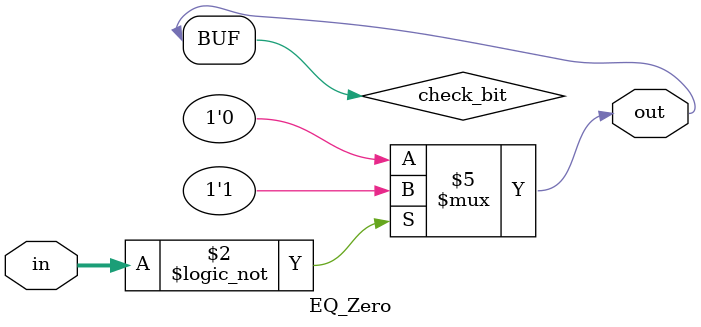
<source format=v>
`timescale 1ns / 1ps
module EQ_Zero(
    input [31:0] in,
    output out
    );
reg check_bit=0;

//initial
//check_bit=1'b0;

assign out = check_bit ;

always @(in)
  if(in==32'b00)
     check_bit = 1'b1 ;
  else                       
     check_bit = 1'b0 ;      //if(in>0) including and (n<0) xxxxxxx or zzzzzzzzzzzzz
 
 
//always@(in)
//begin
//	case(in)
//	 32'h00000000:   check_bit = 1'b1 ;
////	 32':   check_bit = 1'b0 ;
//	default: check_bit = 1'b0 ;
//	endcase
//end

endmodule












</source>
